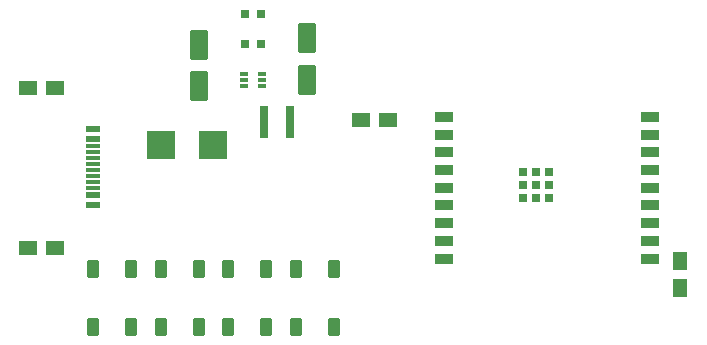
<source format=gbr>
%TF.GenerationSoftware,Altium Limited,Altium Designer,24.0.1 (36)*%
G04 Layer_Color=8421504*
%FSLAX45Y45*%
%MOMM*%
%TF.SameCoordinates,DDEBADB9-0EAF-4DA9-B7D3-1C4C0305AAAB*%
%TF.FilePolarity,Positive*%
%TF.FileFunction,Paste,Top*%
%TF.Part,Single*%
G01*
G75*
%TA.AperFunction,BGAPad,CuDef*%
%ADD11R,0.70000X0.70000*%
%TA.AperFunction,SMDPad,CuDef*%
%ADD12R,1.50000X0.90000*%
%ADD15R,0.80000X2.70000*%
%ADD18R,2.40000X2.40000*%
%TA.AperFunction,ConnectorPad*%
%ADD20R,1.15000X0.30000*%
%ADD21R,1.15000X0.60000*%
%TA.AperFunction,SMDPad,CuDef*%
G04:AMPARAMS|DCode=67|XSize=1.484mm|YSize=1.23mm|CornerRadius=0.07525mm|HoleSize=0mm|Usage=FLASHONLY|Rotation=180.000|XOffset=0mm|YOffset=0mm|HoleType=Round|Shape=RoundedRectangle|*
%AMROUNDEDRECTD67*
21,1,1.48400,1.07950,0,0,180.0*
21,1,1.33350,1.23000,0,0,180.0*
1,1,0.15050,-0.66675,0.53975*
1,1,0.15050,0.66675,0.53975*
1,1,0.15050,0.66675,-0.53975*
1,1,0.15050,-0.66675,-0.53975*
%
%ADD67ROUNDEDRECTD67*%
G04:AMPARAMS|DCode=68|XSize=1.484mm|YSize=1.23mm|CornerRadius=0.07525mm|HoleSize=0mm|Usage=FLASHONLY|Rotation=270.000|XOffset=0mm|YOffset=0mm|HoleType=Round|Shape=RoundedRectangle|*
%AMROUNDEDRECTD68*
21,1,1.48400,1.07950,0,0,270.0*
21,1,1.33350,1.23000,0,0,270.0*
1,1,0.15050,-0.53975,-0.66675*
1,1,0.15050,-0.53975,0.66675*
1,1,0.15050,0.53975,0.66675*
1,1,0.15050,0.53975,-0.66675*
%
%ADD68ROUNDEDRECTD68*%
G04:AMPARAMS|DCode=69|XSize=0.96mm|YSize=1.46mm|CornerRadius=0.055mm|HoleSize=0mm|Usage=FLASHONLY|Rotation=0.000|XOffset=0mm|YOffset=0mm|HoleType=Round|Shape=RoundedRectangle|*
%AMROUNDEDRECTD69*
21,1,0.96000,1.35000,0,0,0.0*
21,1,0.85000,1.46000,0,0,0.0*
1,1,0.11000,0.42500,-0.67500*
1,1,0.11000,-0.42500,-0.67500*
1,1,0.11000,-0.42500,0.67500*
1,1,0.11000,0.42500,0.67500*
%
%ADD69ROUNDEDRECTD69*%
G04:AMPARAMS|DCode=70|XSize=0.62mm|YSize=0.27mm|CornerRadius=0.00325mm|HoleSize=0mm|Usage=FLASHONLY|Rotation=0.000|XOffset=0mm|YOffset=0mm|HoleType=Round|Shape=RoundedRectangle|*
%AMROUNDEDRECTD70*
21,1,0.62000,0.26350,0,0,0.0*
21,1,0.61350,0.27000,0,0,0.0*
1,1,0.00650,0.30675,-0.13175*
1,1,0.00650,-0.30675,-0.13175*
1,1,0.00650,-0.30675,0.13175*
1,1,0.00650,0.30675,0.13175*
%
%ADD70ROUNDEDRECTD70*%
G04:AMPARAMS|DCode=71|XSize=0.722mm|YSize=0.722mm|CornerRadius=0.0181mm|HoleSize=0mm|Usage=FLASHONLY|Rotation=0.000|XOffset=0mm|YOffset=0mm|HoleType=Round|Shape=RoundedRectangle|*
%AMROUNDEDRECTD71*
21,1,0.72200,0.68580,0,0,0.0*
21,1,0.68580,0.72200,0,0,0.0*
1,1,0.03620,0.34290,-0.34290*
1,1,0.03620,-0.34290,-0.34290*
1,1,0.03620,-0.34290,0.34290*
1,1,0.03620,0.34290,0.34290*
%
%ADD71ROUNDEDRECTD71*%
G04:AMPARAMS|DCode=72|XSize=2.46mm|YSize=1.56mm|CornerRadius=0.1mm|HoleSize=0mm|Usage=FLASHONLY|Rotation=90.000|XOffset=0mm|YOffset=0mm|HoleType=Round|Shape=RoundedRectangle|*
%AMROUNDEDRECTD72*
21,1,2.46000,1.36000,0,0,90.0*
21,1,2.26000,1.56000,0,0,90.0*
1,1,0.20000,0.68000,1.13000*
1,1,0.20000,0.68000,-1.13000*
1,1,0.20000,-0.68000,-1.13000*
1,1,0.20000,-0.68000,1.13000*
%
%ADD72ROUNDEDRECTD72*%
D11*
X4586000Y1456000D02*
D03*
X4476000D02*
D03*
X4366000D02*
D03*
Y1236000D02*
D03*
X4476000D02*
D03*
X4586000D02*
D03*
Y1346000D02*
D03*
X4366000D02*
D03*
X4476000D02*
D03*
D12*
X3697000Y726000D02*
D03*
Y876000D02*
D03*
Y1026000D02*
D03*
Y1176000D02*
D03*
Y1326000D02*
D03*
Y1476000D02*
D03*
Y1626000D02*
D03*
Y1776000D02*
D03*
Y1926000D02*
D03*
X5447000D02*
D03*
Y1776000D02*
D03*
Y1626000D02*
D03*
Y1476000D02*
D03*
Y1326000D02*
D03*
Y1176000D02*
D03*
Y1026000D02*
D03*
Y876000D02*
D03*
Y726000D02*
D03*
D15*
X2176000Y1879600D02*
D03*
X2396000D02*
D03*
D18*
X1740480Y1684020D02*
D03*
X1300480D02*
D03*
D20*
X725500Y1675000D02*
D03*
Y1625000D02*
D03*
Y1575000D02*
D03*
Y1325000D02*
D03*
Y1375000D02*
D03*
Y1425000D02*
D03*
Y1525000D02*
D03*
Y1475000D02*
D03*
D21*
Y1260000D02*
D03*
Y1740000D02*
D03*
Y1180000D02*
D03*
Y1820000D02*
D03*
D67*
X3000000Y1900000D02*
D03*
X3228600D02*
D03*
X403860Y2166620D02*
D03*
X175260D02*
D03*
X406400Y812800D02*
D03*
X177800D02*
D03*
D68*
X5697220Y477520D02*
D03*
Y706120D02*
D03*
D69*
X1051500Y637880D02*
D03*
Y147880D02*
D03*
X731500Y637880D02*
D03*
Y147880D02*
D03*
X1874500D02*
D03*
Y637880D02*
D03*
X2194500Y147880D02*
D03*
Y637880D02*
D03*
X1623000D02*
D03*
Y147880D02*
D03*
X1303000Y637880D02*
D03*
Y147880D02*
D03*
X2446000D02*
D03*
Y637880D02*
D03*
X2766000Y147880D02*
D03*
Y637880D02*
D03*
D70*
X2009300Y2285200D02*
D03*
Y2235200D02*
D03*
Y2185200D02*
D03*
X2156300D02*
D03*
Y2235200D02*
D03*
Y2285200D02*
D03*
D71*
X2012950Y2540000D02*
D03*
X2152650D02*
D03*
Y2794000D02*
D03*
X2012950D02*
D03*
D72*
X2540000Y2240800D02*
D03*
Y2590800D02*
D03*
X1625600Y2534400D02*
D03*
Y2184400D02*
D03*
%TF.MD5,0da9c17c4866152d64d7a174a7f5668b*%
M02*

</source>
